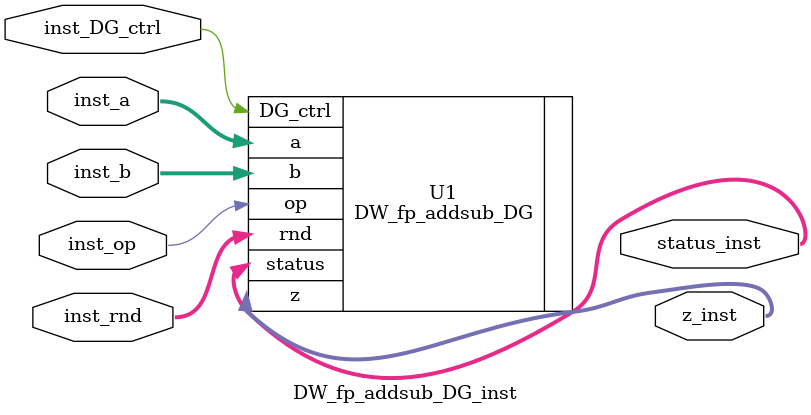
<source format=v>
module DW_fp_addsub_DG_inst( inst_a, inst_b, inst_rnd, inst_op, inst_DG_ctrl, 
		z_inst, status_inst );

parameter sig_width = 23;
parameter exp_width = 8;
parameter ieee_compliance = 0;


input [sig_width+exp_width : 0] inst_a;
input [sig_width+exp_width : 0] inst_b;
input [2 : 0] inst_rnd;
input inst_op;
input inst_DG_ctrl;
output [sig_width+exp_width : 0] z_inst;
output [7 : 0] status_inst;

    // Instance of DW_fp_addsub_DG
    DW_fp_addsub_DG #(sig_width, exp_width, ieee_compliance)
	  U1 ( .a(inst_a), .b(inst_b), .rnd(inst_rnd), .op(inst_op), .DG_ctrl(inst_DG_ctrl), .z(z_inst), .status(status_inst) );

endmodule

</source>
